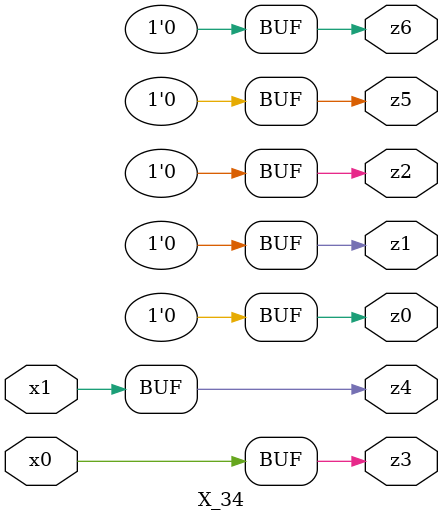
<source format=v>

module X_34 ( 
    x0, x1,
    z0, z1, z2, z3, z4, z5, z6  );
  input  x0, x1;
  output z0, z1, z2, z3, z4, z5, z6;
  assign z0 = 1'b0;
  assign z1 = 1'b0;
  assign z2 = 1'b0;
  assign z3 = x1 ? x0 : x0;
  assign z4 = x0 ? x1 : x1;
  assign z5 = 1'b0;
  assign z6 = 1'b0;
endmodule



</source>
